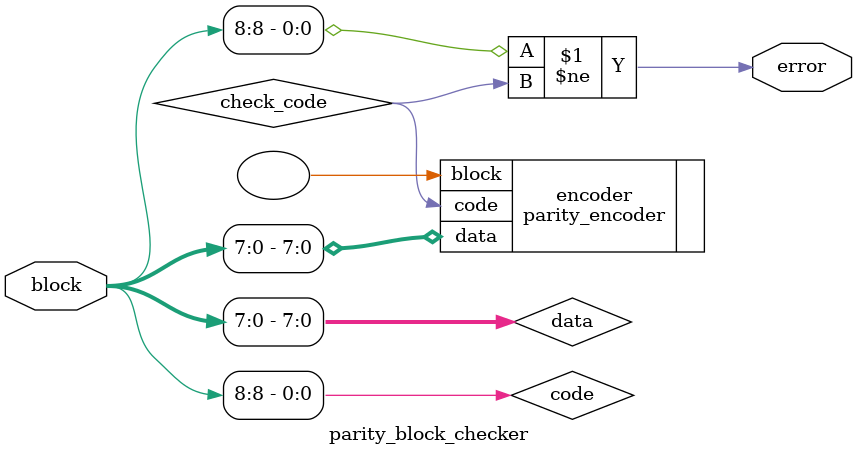
<source format=v>



module parity_block_checker #(
  parameter DATA_WIDTH = 8
) (
  input [DATA_WIDTH:0] block,
  output               error
);

wire [DATA_WIDTH-1:0] data = block[DATA_WIDTH-1:0];
wire                  code = block[DATA_WIDTH];

wire check_code;

parity_encoder #(
  .DATA_WIDTH ( DATA_WIDTH )
) encoder (
  .data   ( data       ),
  .code   ( check_code ),
  .block  (            )
);

assign error = code != check_code;

endmodule

</source>
